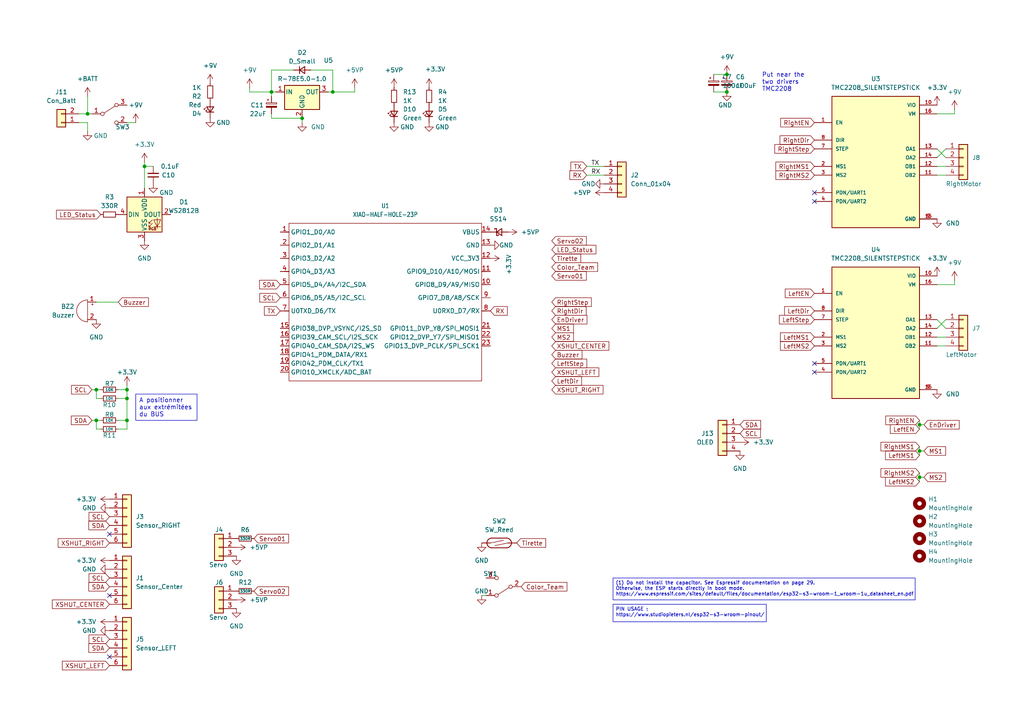
<source format=kicad_sch>
(kicad_sch (version 20250114) (generator "eeschema") (generator_version "9.0")
  (paper "A4")
  (lib_symbols
    (symbol "Connector_Generic:Conn_01x02" (pin_names (offset 1.016) (hide yes))
      (property "Reference" "J" (at 0 2.54 0))
      (property "Value" "Conn_01x02" (at 0 -5.08 0))
      (symbol "Conn_01x02_1_1"
        (pin passive line (at -5.08 0 0) (length 3.81) (name "Pin_1") (number "1"))
        (pin passive line (at -5.08 -2.54 0) (length 3.81) (name "Pin_2") (number "2"))
      )
    )
    (symbol "Connector_Generic:Conn_01x03" (pin_names (offset 1.016) (hide yes))
      (property "Reference" "J" (at 0 5.08 0))
      (property "Value" "Conn_01x03" (at 0 -5.08 0))
      (symbol "Conn_01x03_1_1"
        (pin passive line (at -5.08 2.54 0) (length 3.81) (name "Pin_1") (number "1"))
        (pin passive line (at -5.08 0 0) (length 3.81) (name "Pin_2") (number "2"))
        (pin passive line (at -5.08 -2.54 0) (length 3.81) (name "Pin_3") (number "3"))
      )
    )
    (symbol "Connector_Generic:Conn_01x04" (pin_names (offset 1.016) (hide yes))
      (property "Reference" "J" (at 0 5.08 0))
      (property "Value" "Conn_01x04" (at 0 -7.62 0))
      (symbol "Conn_01x04_1_1"
        (pin passive line (at -5.08 2.54 0) (length 3.81) (name "Pin_1") (number "1"))
        (pin passive line (at -5.08 0 0) (length 3.81) (name "Pin_2") (number "2"))
        (pin passive line (at -5.08 -2.54 0) (length 3.81) (name "Pin_3") (number "3"))
        (pin passive line (at -5.08 -5.08 0) (length 3.81) (name "Pin_4") (number "4"))
      )
    )
    (symbol "Connector_Generic:Conn_01x06" (pin_names (offset 1.016) (hide yes))
      (property "Reference" "J" (at 0 7.62 0))
      (property "Value" "Conn_01x06" (at 0 -10.16 0))
      (symbol "Conn_01x06_1_1"
        (pin passive line (at -5.08 5.08 0) (length 3.81) (name "Pin_1") (number "1"))
        (pin passive line (at -5.08 2.54 0) (length 3.81) (name "Pin_2") (number "2"))
        (pin passive line (at -5.08 0 0) (length 3.81) (name "Pin_3") (number "3"))
        (pin passive line (at -5.08 -2.54 0) (length 3.81) (name "Pin_4") (number "4"))
        (pin passive line (at -5.08 -5.08 0) (length 3.81) (name "Pin_5") (number "5"))
        (pin passive line (at -5.08 -7.62 0) (length 3.81) (name "Pin_6") (number "6"))
      )
    )
    (symbol "Device:Buzzer" (pin_names (offset 0.0254) (hide yes))
      (property "Reference" "BZ" (at 3.81 1.27 0))
      (property "Value" "Buzzer" (at 3.81 -1.27 0))
      (symbol "Buzzer_1_1"
        (pin passive line (at -2.54 2.54 0) (length 2.54) (name "+") (number "1"))
        (pin passive line (at -2.54 -2.54 0) (length 2.54) (name "-") (number "2"))
      )
    )
    (symbol "Device:CP_Small" (pin_numbers (hide yes)) (pin_names (offset 0.254) (hide yes))
      (property "Reference" "C" (at 0.254 1.778 0))
      (property "Value" "CP_Small" (at 0.254 -2.032 0))
      (symbol "CP_Small_1_1"
        (pin passive line (at 0 2.54 270) (length 1.8542) (name "~") (number "1"))
        (pin passive line (at 0 -2.54 90) (length 1.8542) (name "~") (number "2"))
      )
    )
    (symbol "Device:C_Polarized_Small" (pin_numbers (hide yes)) (pin_names (offset 0.254) (hide yes))
      (property "Reference" "C" (at 0.254 1.778 0))
      (property "Value" "C_Polarized_Small" (at 0.254 -2.032 0))
      (symbol "C_Polarized_Small_1_1"
        (pin passive line (at 0 2.54 270) (length 1.8542) (name "~") (number "1"))
        (pin passive line (at 0 -2.54 90) (length 1.8542) (name "~") (number "2"))
      )
    )
    (symbol "Device:C_Small" (pin_numbers (hide yes)) (pin_names (offset 0.254) (hide yes))
      (property "Reference" "C" (at 0.254 1.778 0))
      (property "Value" "C_Small" (at 0.254 -2.032 0))
      (symbol "C_Small_1_1"
        (pin passive line (at 0 2.54 270) (length 2.032) (name "~") (number "1"))
        (pin passive line (at 0 -2.54 90) (length 2.032) (name "~") (number "2"))
      )
    )
    (symbol "Device:D_Schottky_Small" (pin_numbers (hide yes)) (pin_names (offset 0.254) (hide yes))
      (property "Reference" "D" (at -1.27 2.032 0))
      (property "Value" "D_Schottky_Small" (at -7.112 -2.032 0))
      (symbol "D_Schottky_Small_1_1"
        (pin passive line (at -2.54 0 0) (length 1.778) (name "K") (number "1"))
        (pin passive line (at 2.54 0 180) (length 1.778) (name "A") (number "2"))
      )
    )
    (symbol "Device:D_Small" (pin_numbers (hide yes)) (pin_names (offset 0.254) (hide yes))
      (property "Reference" "D" (at -1.27 2.032 0))
      (property "Value" "D_Small" (at -3.81 -2.032 0))
      (symbol "D_Small_1_1"
        (pin passive line (at -2.54 0 0) (length 1.778) (name "K") (number "1"))
        (pin passive line (at 2.54 0 180) (length 1.778) (name "A") (number "2"))
      )
    )
    (symbol "Device:LED_Small" (pin_numbers (hide yes)) (pin_names (offset 0.254) (hide yes))
      (property "Reference" "D" (at -1.27 3.175 0))
      (property "Value" "LED_Small" (at -4.445 -2.54 0))
      (symbol "LED_Small_1_1"
        (pin passive line (at -2.54 0 0) (length 1.778) (name "K") (number "1"))
        (pin passive line (at 2.54 0 180) (length 1.778) (name "A") (number "2"))
      )
    )
    (symbol "Device:R_Small" (pin_numbers (hide yes)) (pin_names (offset 0.254) (hide yes))
      (property "Reference" "R" (at 0.762 0.508 0))
      (property "Value" "R_Small" (at 0.762 -1.016 0))
      (symbol "R_Small_1_1"
        (pin passive line (at 0 2.54 270) (length 0.762) (name "~") (number "1"))
        (pin passive line (at 0 -2.54 90) (length 0.762) (name "~") (number "2"))
      )
    )
    (symbol "LED:WS2812B" (pin_names (offset 0.254))
      (property "Reference" "D" (at 5.08 5.715 0))
      (property "Value" "WS2812B" (at 1.27 -5.715 0))
      (symbol "WS2812B_0_0"
        (text "RGB" (at 2.286 -4.191 0) (effects (font (size 0.762 0.762))))
      )
      (symbol "WS2812B_1_1"
        (pin input line (at -7.62 0 0) (length 2.54) (name "DIN") (number "4"))
        (pin power_in line (at 0 7.62 270) (length 2.54) (name "VDD") (number "1"))
        (pin power_in line (at 0 -7.62 90) (length 2.54) (name "VSS") (number "3"))
        (pin output line (at 7.62 0 180) (length 2.54) (name "DOUT") (number "2"))
      )
    )
    (symbol "MOUDLE-SEEEDUINO-XIAO-ESP32S3-Plus:Module/XIAO-HALF-HOLE-23P"
      (property "Reference" "U2" (at -20.828 17.018 0))
      (property "Value" "XIAO-HALF-HOLE-23P" (at -12.446 14.986 0))
      (symbol "Module/XIAO-HALF-HOLE-23P_1_0"
        (pin passive line (at -24.13 11.43 0) (length 2.54) (name "GPIO1_D0/A0") (number "1"))
        (pin passive line (at -24.13 7.62 0) (length 2.54) (name "GPIO2_D1/A1") (number "2"))
        (pin passive line (at -24.13 3.81 0) (length 2.54) (name "GPIO3_D2/A2") (number "3"))
        (pin passive line (at -24.13 0 0) (length 2.54) (name "GPIO4_D3/A3") (number "4"))
        (pin passive line (at -24.13 -3.81 0) (length 2.54) (name "GPIO5_D4/A4/I2C_SDA") (number "5"))
        (pin passive line (at -24.13 -7.62 0) (length 2.54) (name "GPIO6_D5/A5/I2C_SCL") (number "6"))
        (pin passive line (at -24.13 -11.43 0) (length 2.54) (name "U0TXD_D6/TX") (number "7"))
        (pin passive line (at 36.83 11.43 180) (length 2.54) (name "VBUS") (number "14"))
        (pin passive line (at 36.83 7.62 180) (length 2.54) (name "GND") (number "13"))
        (pin passive line (at 36.83 3.81 180) (length 2.54) (name "VCC_3V3") (number "12"))
        (pin passive line (at 36.83 0 180) (length 2.54) (name "GPIO9_D10/A10/MOSI") (number "11"))
        (pin passive line (at 36.83 -3.81 180) (length 2.54) (name "GPIO8_D9/A9/MISO") (number "10"))
        (pin passive line (at 36.83 -7.62 180) (length 2.54) (name "GPIO7_D8/A8/SCK") (number "9"))
        (pin passive line (at 36.83 -11.43 180) (length 2.54) (name "U0RXD_D7/RX") (number "8"))
      )
      (symbol "Module/XIAO-HALF-HOLE-23P_1_1"
        (pin passive line (at -24.13 -16.51 0) (length 2.54) (name "GPIO38_DVP_VSYNC/I2S_SD") (number "15"))
        (pin passive line (at -24.13 -19.05 0) (length 2.54) (name "GPIO39_CAM_SCL/I2S_SCK") (number "16"))
        (pin passive line (at -24.13 -21.59 0) (length 2.54) (name "GPIO40_CAM_SDA/I2S_WS") (number "17"))
        (pin passive line (at -24.13 -24.13 0) (length 2.54) (name "GPIO41_PDM_DATA/RX1") (number "18"))
        (pin passive line (at -24.13 -26.67 0) (length 2.54) (name "GPIO42_PDM_CLK/TX1") (number "19"))
        (pin passive line (at -24.13 -29.21 0) (length 2.54) (name "GPIO10_XMCLK/ADC_BAT") (number "20"))
        (pin passive line (at 36.83 -16.51 180) (length 2.54) (name "GPIO11_DVP_Y8/SPI_MOSI1") (number "21"))
        (pin passive line (at 36.83 -19.05 180) (length 2.54) (name "GPIO12_DVP_Y7/SPI_MISO1") (number "22"))
        (pin passive line (at 36.83 -21.59 180) (length 2.54) (name "GPIO13_DVP_PCLK/SPI_SCK1") (number "23"))
      )
    )
    (symbol "Mechanical:MountingHole" (pin_names (offset 1.016))
      (property "Reference" "H" (at 0 5.08 0))
      (property "Value" "MountingHole" (at 0 3.175 0))
    )
    (symbol "PAMI-2025:TMC2208_SILENTSTEPSTICK" (pin_names (offset 1.016))
      (property "Reference" "U" (at -12.7 19.05 0))
      (property "Value" "TMC2208_SILENTSTEPSTICK" (at -12.7 -22.86 0))
      (symbol "TMC2208_SILENTSTEPSTICK_1_0"
        (pin input line (at -17.78 10.16 0) (length 5.08) (name "EN") (number "1"))
        (pin input line (at -17.78 5.08 0) (length 5.08) (name "DIR") (number "8"))
        (pin input line (at -17.78 2.54 0) (length 5.08) (name "STEP") (number "7"))
        (pin input line (at -17.78 -2.54 0) (length 5.08) (name "MS1") (number "2"))
        (pin input line (at -17.78 -5.08 0) (length 5.08) (name "MS2") (number "3"))
        (pin bidirectional line (at -17.78 -10.16 0) (length 5.08) (name "PDN/UART1") (number "5"))
        (pin bidirectional line (at -17.78 -12.7 0) (length 5.08) (name "PDN/UART2") (number "4"))
        (pin power_in line (at 17.78 15.24 180) (length 5.08) (name "VIO") (number "10"))
        (pin power_in line (at 17.78 12.7 180) (length 5.08) (name "VM") (number "16"))
        (pin passive line (at 17.78 2.54 180) (length 5.08) (name "OA1") (number "13"))
        (pin passive line (at 17.78 0 180) (length 5.08) (name "OA2") (number "14"))
        (pin passive line (at 17.78 -2.54 180) (length 5.08) (name "OB1") (number "12"))
        (pin passive line (at 17.78 -5.08 180) (length 5.08) (name "OB2") (number "11"))
        (pin power_in line (at 17.78 -17.78 180) (length 5.08) (name "GND") (number "15"))
        (pin power_in line (at 17.78 -17.78 180) (length 5.08) (name "GND") (number "9"))
      )
    )
    (symbol "Regulator_Switching:R-78E3.3-1.0" (pin_names (offset 0.254))
      (property "Reference" "U" (at -3.81 3.175 0))
      (property "Value" "R-78E3.3-1.0" (at 0 3.175 0))
      (symbol "R-78E3.3-1.0_1_1"
        (pin power_in line (at -7.62 0 0) (length 2.54) (name "IN") (number "1"))
        (pin power_in line (at 0 -7.62 90) (length 2.54) (name "GND") (number "2"))
        (pin power_out line (at 7.62 0 180) (length 2.54) (name "OUT") (number "3"))
      )
    )
    (symbol "SW_SPDT_1" (pin_names (offset 0) (hide yes))
      (property "Reference" "SW3" (at 3.81 -3.81 0))
      (symbol "SW_SPDT_1_1_1"
        (pin passive line (at -5.08 0 0) (length 2.54) (name "B") (number "1"))
        (pin passive line (at 5.08 2.54 180) (length 2.54) (name "A") (number "3"))
        (pin passive line (at 5.08 -2.54 180) (length 2.54) (name "C") (number "2"))
      )
    )
    (symbol "Switch:SW_Reed" (pin_numbers (hide yes)) (pin_names (offset 0) (hide yes))
      (property "Reference" "SW" (at 0 2.54 0))
      (property "Value" "SW_Reed" (at 0 -2.54 0))
      (symbol "SW_Reed_1_1"
        (pin passive line (at -5.08 0 0) (length 2.54) (name "1") (number "1"))
        (pin passive line (at 5.08 0 180) (length 2.54) (name "2") (number "2"))
      )
    )
    (symbol "Switch:SW_SPDT" (pin_names (offset 0) (hide yes))
      (property "Reference" "SW" (at 0 4.318 0))
      (property "Value" "SW_SPDT" (at 0 -5.08 0))
      (symbol "SW_SPDT_1_1"
        (pin passive line (at -5.08 0 0) (length 2.54) (name "B") (number "2"))
        (pin passive line (at 5.08 2.54 180) (length 2.54) (name "A") (number "1"))
        (pin passive line (at 5.08 -2.54 180) (length 2.54) (name "C") (number "3"))
      )
    )
    (symbol "power:+3.3V" (power) (pin_names (offset 0))
      (property "Value" "+3.3V" (at 0 3.556 0))
      (symbol "+3.3V_1_1"
        (pin power_in line (at 0 0 90) (length 0) (hide yes) (name "+3.3V") (number "1"))
      )
    )
    (symbol "power:+5VP" (power) (pin_numbers (hide yes)) (pin_names (offset 0) (hide yes))
      (property "Value" "+5VP" (at 0 3.556 0))
      (symbol "+5VP_1_1"
        (pin power_in line (at 0 0 90) (length 0) (name "~") (number "1"))
      )
    )
    (symbol "power:+9V" (power) (pin_numbers (hide yes)) (pin_names (offset 0) (hide yes))
      (property "Value" "+9V" (at 0 3.556 0))
      (symbol "+9V_1_1"
        (pin power_in line (at 0 0 90) (length 0) (name "~") (number "1"))
      )
    )
    (symbol "power:+BATT" (power) (pin_names (offset 0))
      (property "Value" "+BATT" (at 0 3.556 0))
      (symbol "+BATT_1_1"
        (pin power_in line (at 0 0 90) (length 0) (hide yes) (name "+BATT") (number "1"))
      )
    )
    (symbol "power:GND" (power) (pin_names (offset 0))
      (property "Value" "GND" (at 0 -3.81 0))
      (symbol "GND_1_1"
        (pin power_in line (at 0 0 270) (length 0) (hide yes) (name "GND") (number "1"))
      )
    )
  )
  (text "Put near the \ntwo drivers\nTMC2208" (at 220.98 26.67 0) (effects (font (size 1.27 1.27)) (justify left bottom)))
  (text_box "PIN USAGE : https://www.studiopieters.nl/esp32-s3-wroom-pinout/" (at 177.8 175.26 0) (size 44.45 5.08) (margins 0.75 0.75 0.75 0.75) (effects (font (size 1 1)) (justify left top)))
  (text_box "A positionner aux extrémitées du BUS" (at 39.37 114.3 0) (size 17.78 7.62) (margins 0.9525 0.9525 0.9525 0.9525) (effects (font (size 1.27 1.27)) (justify left top)))
  (text_box "(1) Do not install the capacitor. See Espressif documentation on page 29.\nOtherwise, the ESP starts directly in boot mode.\nhttps://www.espressif.com/sites/default/files/documentation/esp32-s3-wroom-1_wroom-1u_datasheet_en.pdf" (at 177.8 167.64 0) (size 87.63 6.35) (margins 0.75 0.75 0.75 0.75) (effects (font (size 1 1)) (justify left top)))
  (junction (at 27.94 113.03))
  (junction (at 78.74 26.67))
  (junction (at 36.83 113.03))
  (junction (at 96.52 26.67))
  (junction (at 210.82 21.59))
  (junction (at 25.4 33.02))
  (junction (at 41.91 48.26))
  (junction (at 36.83 115.57))
  (junction (at 210.82 26.67))
  (junction (at 87.63 34.29))
  (junction (at 266.7 130.81))
  (junction (at 27.94 121.92))
  (junction (at 36.83 121.92))
  (junction (at 266.7 138.43))
  (junction (at 266.7 123.19))
  (no_connect (at 236.22 105.41))
  (no_connect (at 236.22 58.42))
  (no_connect (at 31.75 190.5))
  (no_connect (at 236.22 55.88))
  (no_connect (at 31.75 154.94))
  (no_connect (at 236.22 107.95))
  (no_connect (at 31.75 172.72))
  (wire (pts (xy 96.52 20.32) (xy 96.52 26.67)))
  (wire (pts (xy 36.83 113.03) (xy 36.83 115.57)))
  (wire (pts (xy 266.7 123.19) (xy 266.7 124.46)))
  (wire (pts (xy 276.86 81.28) (xy 276.86 82.55)))
  (wire (pts (xy 90.17 20.32) (xy 96.52 20.32)))
  (wire (pts (xy 276.86 33.02) (xy 271.78 33.02)))
  (wire (pts (xy 276.86 31.75) (xy 276.86 33.02)))
  (wire (pts (xy 27.94 115.57) (xy 27.94 113.03)))
  (wire (pts (xy 29.21 124.46) (xy 27.94 124.46)))
  (wire (pts (xy 207.01 26.67) (xy 210.82 26.67)))
  (wire (pts (xy 78.74 26.67) (xy 78.74 27.94)))
  (wire (pts (xy 41.91 46.99) (xy 41.91 48.26)))
  (wire (pts (xy 85.09 20.32) (xy 78.74 20.32)))
  (wire (pts (xy 266.7 138.43) (xy 267.97 138.43)))
  (wire (pts (xy 207.01 21.59) (xy 210.82 21.59)))
  (wire (pts (xy 27.94 87.63) (xy 34.29 87.63)))
  (wire (pts (xy 271.78 92.71) (xy 274.32 95.25)))
  (wire (pts (xy 41.91 48.26) (xy 44.45 48.26)))
  (wire (pts (xy 25.4 33.02) (xy 26.67 33.02)))
  (wire (pts (xy 139.7 172.72) (xy 140.97 172.72)))
  (wire (pts (xy 29.21 115.57) (xy 27.94 115.57)))
  (wire (pts (xy 26.67 121.92) (xy 27.94 121.92)))
  (wire (pts (xy 36.83 115.57) (xy 36.83 121.92)))
  (wire (pts (xy 36.83 124.46) (xy 36.83 121.92)))
  (wire (pts (xy 266.7 129.54) (xy 266.7 130.81)))
  (wire (pts (xy 72.39 25.4) (xy 72.39 26.67)))
  (wire (pts (xy 266.7 123.19) (xy 267.97 123.19)))
  (wire (pts (xy 266.7 137.16) (xy 266.7 138.43)))
  (wire (pts (xy 96.52 26.67) (xy 102.87 26.67)))
  (wire (pts (xy 22.86 33.02) (xy 25.4 33.02)))
  (wire (pts (xy 271.78 95.25) (xy 274.32 92.71)))
  (wire (pts (xy 41.91 48.26) (xy 41.91 54.61)))
  (wire (pts (xy 266.7 130.81) (xy 266.7 132.08)))
  (wire (pts (xy 271.78 97.79) (xy 274.32 97.79)))
  (wire (pts (xy 271.78 45.72) (xy 274.32 43.18)))
  (wire (pts (xy 25.4 35.56) (xy 25.4 38.1)))
  (wire (pts (xy 271.78 100.33) (xy 274.32 100.33)))
  (wire (pts (xy 102.87 26.67) (xy 102.87 25.4)))
  (wire (pts (xy 34.29 115.57) (xy 36.83 115.57)))
  (wire (pts (xy 170.18 48.26) (xy 175.26 48.26)))
  (wire (pts (xy 34.29 121.92) (xy 36.83 121.92)))
  (wire (pts (xy 87.63 34.29) (xy 87.63 35.56)))
  (wire (pts (xy 25.4 35.56) (xy 22.86 35.56)))
  (wire (pts (xy 266.7 130.81) (xy 267.97 130.81)))
  (wire (pts (xy 170.18 50.8) (xy 175.26 50.8)))
  (wire (pts (xy 95.25 26.67) (xy 96.52 26.67)))
  (wire (pts (xy 36.83 111.76) (xy 36.83 113.03)))
  (wire (pts (xy 78.74 34.29) (xy 87.63 34.29)))
  (wire (pts (xy 271.78 48.26) (xy 274.32 48.26)))
  (wire (pts (xy 266.7 121.92) (xy 266.7 123.19)))
  (wire (pts (xy 27.94 121.92) (xy 29.21 121.92)))
  (wire (pts (xy 72.39 26.67) (xy 78.74 26.67)))
  (wire (pts (xy 78.74 33.02) (xy 78.74 34.29)))
  (wire (pts (xy 25.4 27.94) (xy 25.4 33.02)))
  (wire (pts (xy 27.94 124.46) (xy 27.94 121.92)))
  (wire (pts (xy 271.78 43.18) (xy 274.32 45.72)))
  (wire (pts (xy 266.7 138.43) (xy 266.7 139.7)))
  (wire (pts (xy 26.67 113.03) (xy 27.94 113.03)))
  (wire (pts (xy 27.94 113.03) (xy 29.21 113.03)))
  (wire (pts (xy 78.74 20.32) (xy 78.74 26.67)))
  (wire (pts (xy 34.29 113.03) (xy 36.83 113.03)))
  (wire (pts (xy 276.86 82.55) (xy 271.78 82.55)))
  (wire (pts (xy 271.78 50.8) (xy 274.32 50.8)))
  (wire (pts (xy 34.29 124.46) (xy 36.83 124.46)))
  (wire (pts (xy 39.37 35.56) (xy 36.83 35.56)))
  (wire (pts (xy 78.74 26.67) (xy 80.01 26.67)))
  (label "TX" (at 171.45 48.26 0))
  (label "RX" (at 171.45 50.8 0))
  (global_label "EnDriver" (shape input) (at 160.02 92.71 0) (property "Intersheetrefs" "${INTERSHEET_REFS}" (effects (hide yes))))
  (global_label "LeftEN" (shape input) (at 266.7 124.46 180) (property "Intersheetrefs" "${INTERSHEET_REFS}" (effects (hide yes))))
  (global_label "SDA" (shape input) (at 214.63 123.19 0) (property "Intersheetrefs" "${INTERSHEET_REFS}" (effects (hide yes))))
  (global_label "MS2" (shape input) (at 160.02 97.79 0) (property "Intersheetrefs" "${INTERSHEET_REFS}" (effects (hide yes))))
  (global_label "Servo02" (shape input) (at 160.02 69.85 0) (property "Intersheetrefs" "${INTERSHEET_REFS}" (effects (hide yes))))
  (global_label "Servo02" (shape input) (at 73.66 171.45 0) (property "Intersheetrefs" "${INTERSHEET_REFS}" (effects (hide yes))))
  (global_label "Tirette" (shape input) (at 149.86 157.48 0) (property "Intersheetrefs" "${INTERSHEET_REFS}" (effects (hide yes))))
  (global_label "SDA" (shape input) (at 26.67 121.92 180) (property "Intersheetrefs" "${INTERSHEET_REFS}" (effects (hide yes))))
  (global_label "MS1" (shape input) (at 160.02 95.25 0) (property "Intersheetrefs" "${INTERSHEET_REFS}" (effects (hide yes))))
  (global_label "LED_Status" (shape input) (at 29.21 62.23 180) (property "Intersheetrefs" "${INTERSHEET_REFS}" (effects (hide yes))))
  (global_label "RightMS1" (shape input) (at 236.22 48.26 180) (property "Intersheetrefs" "${INTERSHEET_REFS}" (effects (hide yes))))
  (global_label "LeftEN" (shape input) (at 236.22 85.09 180) (property "Intersheetrefs" "${INTERSHEET_REFS}" (effects (hide yes))))
  (global_label "LeftDir" (shape input) (at 236.22 90.17 180) (property "Intersheetrefs" "${INTERSHEET_REFS}" (effects (hide yes))))
  (global_label "Servo01" (shape input) (at 73.66 156.21 0) (property "Intersheetrefs" "${INTERSHEET_REFS}" (effects (hide yes))))
  (global_label "TX" (shape input) (at 81.28 90.17 180) (property "Intersheetrefs" "${INTERSHEET_REFS}" (effects (hide yes))))
  (global_label "LeftMS2" (shape input) (at 236.22 100.33 180) (property "Intersheetrefs" "${INTERSHEET_REFS}" (effects (hide yes))))
  (global_label "SCL" (shape input) (at 26.67 113.03 180) (property "Intersheetrefs" "${INTERSHEET_REFS}" (effects (hide yes))))
  (global_label "MS2" (shape input) (at 267.97 138.43 0) (property "Intersheetrefs" "${INTERSHEET_REFS}" (effects (hide yes))))
  (global_label "RightEN" (shape input) (at 236.22 35.56 180) (property "Intersheetrefs" "${INTERSHEET_REFS}" (effects (hide yes))))
  (global_label "SCL" (shape input) (at 31.75 167.64 180) (property "Intersheetrefs" "${INTERSHEET_REFS}" (effects (hide yes))))
  (global_label "RightMS1" (shape input) (at 266.7 129.54 180) (property "Intersheetrefs" "${INTERSHEET_REFS}" (effects (hide yes))))
  (global_label "SCL" (shape input) (at 81.28 86.36 180) (property "Intersheetrefs" "${INTERSHEET_REFS}" (effects (hide yes))))
  (global_label "SDA" (shape input) (at 31.75 187.96 180) (property "Intersheetrefs" "${INTERSHEET_REFS}" (effects (hide yes))))
  (global_label "Tirette" (shape input) (at 160.02 74.93 0) (property "Intersheetrefs" "${INTERSHEET_REFS}" (effects (hide yes))))
  (global_label "RightMS2" (shape input) (at 266.7 137.16 180) (property "Intersheetrefs" "${INTERSHEET_REFS}" (effects (hide yes))))
  (global_label "EnDriver" (shape input) (at 267.97 123.19 0) (property "Intersheetrefs" "${INTERSHEET_REFS}" (effects (hide yes))))
  (global_label "XSHUT_RIGHT" (shape input) (at 160.02 113.03 0) (property "Intersheetrefs" "${INTERSHEET_REFS}" (effects (hide yes))))
  (global_label "XSHUT_LEFT" (shape input) (at 31.75 193.04 180) (property "Intersheetrefs" "${INTERSHEET_REFS}" (effects (hide yes))))
  (global_label "SDA" (shape input) (at 31.75 170.18 180) (property "Intersheetrefs" "${INTERSHEET_REFS}" (effects (hide yes))))
  (global_label "SCL" (shape input) (at 31.75 149.86 180) (property "Intersheetrefs" "${INTERSHEET_REFS}" (effects (hide yes))))
  (global_label "XSHUT_RIGHT" (shape input) (at 31.75 157.48 180) (property "Intersheetrefs" "${INTERSHEET_REFS}" (effects (hide yes))))
  (global_label "LeftStep" (shape input) (at 236.22 92.71 180) (property "Intersheetrefs" "${INTERSHEET_REFS}" (effects (hide yes))))
  (global_label "RX" (shape input) (at 142.24 90.17 0) (property "Intersheetrefs" "${INTERSHEET_REFS}" (effects (hide yes))))
  (global_label "RightMS2" (shape input) (at 236.22 50.8 180) (property "Intersheetrefs" "${INTERSHEET_REFS}" (effects (hide yes))))
  (global_label "LeftMS1" (shape input) (at 266.7 132.08 180) (property "Intersheetrefs" "${INTERSHEET_REFS}" (effects (hide yes))))
  (global_label "RightEN" (shape input) (at 266.7 121.92 180) (property "Intersheetrefs" "${INTERSHEET_REFS}" (effects (hide yes))))
  (global_label "LeftStep" (shape input) (at 160.02 105.41 0) (property "Intersheetrefs" "${INTERSHEET_REFS}" (effects (hide yes))))
  (global_label "LeftMS2" (shape input) (at 266.7 139.7 180) (property "Intersheetrefs" "${INTERSHEET_REFS}" (effects (hide yes))))
  (global_label "XSHUT_CENTER" (shape input) (at 160.02 100.33 0) (property "Intersheetrefs" "${INTERSHEET_REFS}" (effects (hide yes))))
  (global_label "SCL" (shape input) (at 214.63 125.73 0) (property "Intersheetrefs" "${INTERSHEET_REFS}" (effects (hide yes))))
  (global_label "RightStep" (shape input) (at 160.02 87.63 0) (property "Intersheetrefs" "${INTERSHEET_REFS}" (effects (hide yes))))
  (global_label "RightDir" (shape input) (at 160.02 90.17 0) (property "Intersheetrefs" "${INTERSHEET_REFS}" (effects (hide yes))))
  (global_label "Servo01" (shape input) (at 160.02 80.01 0) (property "Intersheetrefs" "${INTERSHEET_REFS}" (effects (hide yes))))
  (global_label "RightDir" (shape input) (at 236.22 40.64 180) (property "Intersheetrefs" "${INTERSHEET_REFS}" (effects (hide yes))))
  (global_label "MS1" (shape input) (at 267.97 130.81 0) (property "Intersheetrefs" "${INTERSHEET_REFS}" (effects (hide yes))))
  (global_label "LeftDir" (shape input) (at 160.02 110.49 0) (property "Intersheetrefs" "${INTERSHEET_REFS}" (effects (hide yes))))
  (global_label "XSHUT_LEFT" (shape input) (at 160.02 107.95 0) (property "Intersheetrefs" "${INTERSHEET_REFS}" (effects (hide yes))))
  (global_label "Buzzer" (shape input) (at 160.02 102.87 0) (property "Intersheetrefs" "${INTERSHEET_REFS}" (effects (hide yes))))
  (global_label "SCL" (shape input) (at 31.75 185.42 180) (property "Intersheetrefs" "${INTERSHEET_REFS}" (effects (hide yes))))
  (global_label "LED_Status" (shape input) (at 160.02 72.39 0) (property "Intersheetrefs" "${INTERSHEET_REFS}" (effects (hide yes))))
  (global_label "Buzzer" (shape input) (at 34.29 87.63 0) (property "Intersheetrefs" "${INTERSHEET_REFS}" (effects (hide yes))))
  (global_label "Color_Team" (shape input) (at 160.02 77.47 0) (property "Intersheetrefs" "${INTERSHEET_REFS}" (effects (hide yes))))
  (global_label "RightStep" (shape input) (at 236.22 43.18 180) (property "Intersheetrefs" "${INTERSHEET_REFS}" (effects (hide yes))))
  (global_label "LeftMS1" (shape input) (at 236.22 97.79 180) (property "Intersheetrefs" "${INTERSHEET_REFS}" (effects (hide yes))))
  (global_label "SDA" (shape input) (at 31.75 152.4 180) (property "Intersheetrefs" "${INTERSHEET_REFS}" (effects (hide yes))))
  (global_label "Color_Team" (shape input) (at 151.13 170.18 0) (property "Intersheetrefs" "${INTERSHEET_REFS}" (effects (hide yes))))
  (global_label "RX" (shape input) (at 170.18 50.8 180) (property "Intersheetrefs" "${INTERSHEET_REFS}" (effects (hide yes))))
  (global_label "XSHUT_CENTER" (shape input) (at 31.75 175.26 180) (property "Intersheetrefs" "${INTERSHEET_REFS}" (effects (hide yes))))
  (global_label "TX" (shape input) (at 170.18 48.26 180) (property "Intersheetrefs" "${INTERSHEET_REFS}" (effects (hide yes))))
  (global_label "SDA" (shape input) (at 81.28 82.55 180) (property "Intersheetrefs" "${INTERSHEET_REFS}" (effects (hide yes))))
  (symbol (lib_id "Mechanical:MountingHole") (at 266.7 146.05 0) (unit 1)
    (property "Reference" "H1" (at 269.24 144.78 0) (effects (justify left)))
    (property "Value" "MountingHole" (at 269.24 147.32 0) (effects (justify left)))
    (property "Footprint" "MountingHole:MountingHole_3.2mm_M3" (effects (hide yes)))
  )
  (symbol (lib_id "power:+5VP") (at 102.87 25.4 0) (unit 1)
    (property "Reference" "#PWR030" (effects (hide yes)))
    (property "Value" "+5VP" (at 102.87 20.32 0))
    (property "Description" "Power symbol creates a global label with name \"+5VP\"" (effects (hide yes)))
  )
  (symbol (lib_id "power:+3.3V") (at 271.78 30.48 0) (unit 1)
    (property "Reference" "#PWR037" (effects (hide yes)))
    (property "Value" "+3.3V" (at 271.78 25.4 0))
  )
  (symbol (lib_id "power:GND") (at 41.91 69.85 0) (unit 1)
    (property "Reference" "#PWR02" (effects (hide yes)))
    (property "Value" "GND" (at 41.91 74.93 0))
  )
  (symbol (lib_id "power:+3.3V") (at 142.24 74.93 270) (unit 1)
    (property "Reference" "#PWR04" (effects (hide yes)))
    (property "Value" "+3.3V" (at 147.574 76.708 0))
  )
  (symbol (lib_id "power:GND") (at 271.78 63.5 0) (unit 1)
    (property "Reference" "#PWR011" (effects (hide yes)))
    (property "Value" "GND" (at 274.32 64.7699 0) (effects (justify left)))
  )
  (symbol (lib_id "Connector_Generic:Conn_01x02") (at 17.78 35.56 180) (unit 1)
    (property "Reference" "J11" (at 17.78 26.67 0))
    (property "Value" "Con_Batt" (at 17.78 29.21 0))
    (property "Footprint" "Connector_Molex:Molex_KK-254_AE-6410-02A_1x02_P2.54mm_Vertical" (effects (hide yes)))
  )
  (symbol (lib_id "Connector_Generic:Conn_01x04") (at 279.4 95.25 0) (unit 1)
    (property "Reference" "J7" (at 281.94 95.25 0) (effects (justify left)))
    (property "Value" "LeftMotor" (at 274.32 102.87 0) (effects (justify left)))
    (property "Footprint" "Connector_PinHeader_2.54mm:PinHeader_1x04_P2.54mm_Vertical" (effects (hide yes)))
  )
  (symbol (lib_id "power:GND") (at 139.7 157.48 0) (unit 1)
    (property "Reference" "#PWR016" (effects (hide yes)))
    (property "Value" "GND" (at 139.7 162.56 0))
  )
  (symbol (lib_id "power:GND") (at 210.82 26.67 0) (unit 1)
    (property "Reference" "#PWR041" (effects (hide yes)))
    (property "Value" "GND" (at 208.28 30.48 0) (effects (justify left)))
  )
  (symbol (lib_id "power:+3.3V") (at 31.75 162.56 90) (unit 1)
    (property "Reference" "#PWR08" (effects (hide yes)))
    (property "Value" "+3.3V" (at 27.94 162.56 90) (effects (justify left)))
  )
  (symbol (lib_id "Device:R_Small") (at 31.75 62.23 270) (unit 1)
    (property "Reference" "R3" (at 31.75 57.15 90))
    (property "Value" "330R" (at 31.75 59.69 90))
    (property "Footprint" "Resistor_SMD:R_1206_3216Metric_Pad1.30x1.75mm_HandSolder" (effects (hide yes)))
  )
  (symbol (lib_id "Connector_Generic:Conn_01x04") (at 180.34 50.8 0) (unit 1)
    (property "Reference" "J2" (at 182.88 50.7999 0) (effects (justify left)))
    (property "Value" "Conn_01x04" (at 182.88 53.3399 0) (effects (justify left)))
    (property "Footprint" "Connector_Molex:Molex_KK-254_AE-6410-04A_1x04_P2.54mm_Vertical" (effects (hide yes)))
    (property "Description" "Generic connector, single row, 01x04, script generated (kicad-library-utils/schlib/autogen/connector/)" (effects (hide yes)))
  )
  (symbol (lib_id "Connector_Generic:Conn_01x03") (at 63.5 173.99 0) (mirror y) (unit 1)
    (property "Reference" "J6" (at 64.77 168.91 0) (effects (justify left)))
    (property "Value" "Servo" (at 66.04 179.07 0) (effects (justify left)))
    (property "Footprint" "Connector_PinHeader_2.54mm:PinHeader_1x03_P2.54mm_Vertical" (effects (hide yes)))
  )
  (symbol (lib_id "Device:R_Small") (at 71.12 156.21 270) (mirror x) (unit 1)
    (property "Reference" "R6" (at 71.12 153.67 90))
    (property "Value" "330R" (at 71.12 156.21 90) (effects (font (size 0.8 0.8))))
    (property "Footprint" "Resistor_SMD:R_1206_3216Metric_Pad1.30x1.75mm_HandSolder" (effects (hide yes)))
  )
  (symbol (lib_id "Mechanical:MountingHole") (at 266.7 156.21 0) (unit 1)
    (property "Reference" "H3" (at 269.24 154.94 0) (effects (justify left)))
    (property "Value" "MountingHole" (at 269.24 157.48 0) (effects (justify left)))
    (property "Footprint" "MountingHole:MountingHole_3.2mm_M3" (effects (hide yes)))
  )
  (symbol (lib_id "Device:R_Small") (at 31.75 115.57 270) (mirror x) (unit 1)
    (property "Reference" "R10" (at 31.7362 117.419 90))
    (property "Value" "10K" (at 31.75 115.57 90) (effects (font (size 0.8 0.8))))
    (property "Footprint" "Resistor_SMD:R_1206_3216Metric_Pad1.30x1.75mm_HandSolder" (effects (hide yes)))
  )
  (symbol (lib_id "power:+5VP") (at 175.26 55.88 90) (unit 1)
    (property "Reference" "#PWR014" (effects (hide yes)))
    (property "Value" "+5VP" (at 171.45 55.8799 90) (effects (justify left)))
    (property "Description" "Power symbol creates a global label with name \"+5VP\"" (effects (hide yes)))
  )
  (symbol (lib_id "power:GND") (at 25.4 38.1 0) (unit 1)
    (property "Reference" "#PWR044" (effects (hide yes)))
    (property "Value" "GND" (at 29.21 39.37 0))
  )
  (symbol (lib_id "power:+3.3V") (at 31.75 180.34 90) (unit 1)
    (property "Reference" "#PWR033" (effects (hide yes)))
    (property "Value" "+3.3V" (at 27.94 180.34 90) (effects (justify left)))
  )
  (symbol (lib_id "power:GND") (at 31.75 182.88 270) (mirror x) (unit 1)
    (property "Reference" "#PWR034" (effects (hide yes)))
    (property "Value" "GND" (at 27.94 182.8799 90) (effects (justify right)))
  )
  (symbol (lib_id "power:+3.3V") (at 31.75 144.78 90) (unit 1)
    (property "Reference" "#PWR031" (effects (hide yes)))
    (property "Value" "+3.3V" (at 27.94 144.78 90) (effects (justify left)))
  )
  (symbol (lib_id "Connector_Generic:Conn_01x03") (at 63.5 158.75 0) (mirror y) (unit 1)
    (property "Reference" "J4" (at 64.77 153.67 0) (effects (justify left)))
    (property "Value" "Servo" (at 66.04 163.83 0) (effects (justify left)))
    (property "Footprint" "Connector_PinHeader_2.54mm:PinHeader_1x03_P2.54mm_Vertical" (effects (hide yes)))
  )
  (symbol (lib_id "Regulator_Switching:R-78E3.3-1.0") (at 87.63 26.67 0) (unit 1)
    (property "Reference" "U5" (at 95.25 17.526 0))
    (property "Value" "R-78E5.0-1.0" (at 87.63 22.86 0))
    (property "Footprint" "Converter_DCDC:Converter_DCDC_RECOM_R-78E-0.5_THT" (effects (hide yes)))
    (property "Datasheet" "https://www.recom-power.com/pdf/Innoline/R-78Exx-1.0.pdf" (effects (hide yes)))
    (property "Description" "1A Step-Down DC/DC-Regulator, 6-28V input, 3.3V fixed Output Voltage, LM78xx replacement, -40°C to +85°C, SIP3" (effects (hide yes)))
  )
  (symbol (lib_id "power:GND") (at 68.58 176.53 0) (mirror y) (unit 1)
    (property "Reference" "#PWR039" (effects (hide yes)))
    (property "Value" "GND" (at 68.58 181.61 0))
  )
  (symbol (lib_id "power:+5VP") (at 68.58 158.75 270) (unit 1)
    (property "Reference" "#PWR01" (effects (hide yes)))
    (property "Value" "+5VP" (at 72.39 158.7499 90) (effects (justify left)))
    (property "Description" "Power symbol creates a global label with name \"+5VP\"" (effects (hide yes)))
  )
  (symbol (lib_id "power:+3.3V") (at 41.91 46.99 0) (unit 1)
    (property "Reference" "#PWR019" (effects (hide yes)))
    (property "Value" "+3.3V" (at 41.91 41.91 0))
  )
  (symbol (lib_id "Device:C_Polarized_Small") (at 210.82 24.13 0) (unit 1)
    (property "Reference" "C6" (at 213.36 22.3139 0) (effects (justify left)))
    (property "Value" "100uF" (at 213.36 24.8539 0) (effects (justify left)))
    (property "Footprint" "Capacitor_THT:CP_Radial_D8.0mm_P3.50mm" (effects (hide yes)))
    (property "Datasheet" "https://fr.rs-online.com/web/p/condensateurs-electrolytiques-aluminium/7060582" (effects (hide yes)))
  )
  (symbol (lib_id "power:GND") (at 175.26 53.34 270) (unit 1)
    (property "Reference" "#PWR035" (effects (hide yes)))
    (property "Value" "GND" (at 172.72 53.34 90) (effects (justify right)))
  )
  (symbol (lib_id "power:GND") (at 139.7 172.72 0) (unit 1)
    (property "Reference" "#PWR053" (effects (hide yes)))
    (property "Value" "GND" (at 139.7 171.45 0))
  )
  (symbol (lib_id "power:GND") (at 114.3 35.56 0) (unit 1)
    (property "Reference" "#PWR060" (effects (hide yes)))
    (property "Value" "GND" (at 118.11 36.83 0))
  )
  (symbol (lib_id "Mechanical:MountingHole") (at 266.7 151.13 0) (unit 1)
    (property "Reference" "H2" (at 269.24 149.86 0) (effects (justify left)))
    (property "Value" "MountingHole" (at 269.24 152.4 0) (effects (justify left)))
    (property "Footprint" "MountingHole:MountingHole_3.2mm_M3" (effects (hide yes)))
  )
  (symbol (lib_id "power:GND") (at 142.24 71.12 90) (unit 1)
    (property "Reference" "#PWR03" (effects (hide yes)))
    (property "Value" "GND" (at 144.78 71.12 90) (effects (justify right)))
  )
  (symbol (lib_id "power:+3.3V") (at 124.46 25.4 0) (unit 1)
    (property "Reference" "#PWR020" (effects (hide yes)))
    (property "Value" "+3.3V" (at 126.238 20.066 0))
  )
  (symbol (lib_id "Connector_Generic:Conn_01x04") (at 279.4 45.72 0) (unit 1)
    (property "Reference" "J8" (at 281.94 45.72 0) (effects (justify left)))
    (property "Value" "RightMotor" (at 274.32 53.34 0) (effects (justify left)))
    (property "Footprint" "Connector_PinHeader_2.54mm:PinHeader_1x04_P2.54mm_Vertical" (effects (hide yes)))
  )
  (symbol (lib_id "power:GND") (at 87.63 35.56 0) (unit 1)
    (property "Reference" "#PWR07" (effects (hide yes)))
    (property "Value" "GND" (at 90.17 36.8299 0) (effects (justify left)))
  )
  (symbol (lib_id "Device:C_Small") (at 44.45 50.8 180) (unit 1)
    (property "Reference" "C10" (at 50.8 50.8 0) (effects (justify left)))
    (property "Value" "0.1uF" (at 52.07 48.26 0) (effects (justify left)))
    (property "Footprint" "Capacitor_SMD:C_1206_3216Metric" (effects (hide yes)))
  )
  (symbol (lib_id "Device:R_Small") (at 31.75 121.92 270) (mirror x) (unit 1)
    (property "Reference" "R8" (at 31.7498 120.2485 90))
    (property "Value" "10K" (at 31.75 121.92 90) (effects (font (size 0.8 0.8))))
    (property "Footprint" "Resistor_SMD:R_1206_3216Metric_Pad1.30x1.75mm_HandSolder" (effects (hide yes)))
  )
  (symbol (lib_id "power:GND") (at 44.45 53.34 0) (unit 1)
    (property "Reference" "#PWR048" (effects (hide yes)))
    (property "Value" "GND" (at 48.26 55.88 0))
  )
  (symbol (lib_id "Device:R_Small") (at 31.75 124.46 270) (mirror x) (unit 1)
    (property "Reference" "R11" (at 31.7498 126.2749 90))
    (property "Value" "10K" (at 31.75 124.46 90) (effects (font (size 0.8 0.8))))
    (property "Footprint" "Resistor_SMD:R_1206_3216Metric_Pad1.30x1.75mm_HandSolder" (effects (hide yes)))
  )
  (symbol (lib_id "Device:R_Small") (at 60.96 26.67 180) (unit 1)
    (property "Reference" "R2" (at 58.42 27.94 0) (effects (justify left)))
    (property "Value" "1K" (at 58.42 25.4 0) (effects (justify left)))
    (property "Footprint" "Resistor_SMD:R_1206_3216Metric_Pad1.30x1.75mm_HandSolder" (effects (hide yes)))
  )
  (symbol (lib_id "power:GND") (at 31.75 147.32 270) (mirror x) (unit 1)
    (property "Reference" "#PWR032" (effects (hide yes)))
    (property "Value" "GND" (at 27.94 147.3199 90) (effects (justify right)))
  )
  (symbol (lib_id "power:+BATT") (at 25.4 27.94 0) (unit 1)
    (property "Reference" "#PWR045" (effects (hide yes)))
    (property "Value" "+BATT" (at 25.4 22.86 0))
  )
  (symbol (lib_id "power:+9V") (at 276.86 81.28 0) (unit 1)
    (property "Reference" "#PWR05" (effects (hide yes)))
    (property "Value" "+9V" (at 276.86 76.2 0))
    (property "Description" "Power symbol creates a global label with name \"+9V\"" (effects (hide yes)))
  )
  (symbol (lib_id "power:+5VP") (at 68.58 173.99 270) (unit 1)
    (property "Reference" "#PWR06" (effects (hide yes)))
    (property "Value" "+5VP" (at 72.39 173.9899 90) (effects (justify left)))
    (property "Description" "Power symbol creates a global label with name \"+5VP\"" (effects (hide yes)))
  )
  (symbol (lib_id "power:+3.3V") (at 271.78 80.01 0) (unit 1)
    (property "Reference" "#PWR038" (effects (hide yes)))
    (property "Value" "+3.3V" (at 271.78 74.93 0))
  )
  (symbol (lib_id "power:+9V") (at 72.39 25.4 0) (unit 1)
    (property "Reference" "#PWR055" (effects (hide yes)))
    (property "Value" "+9V" (at 72.39 20.32 0))
    (property "Description" "Power symbol creates a global label with name \"+9V\"" (effects (hide yes)))
  )
  (symbol (lib_id "Switch:SW_SPDT") (at 146.05 170.18 180) (unit 1)
    (property "Reference" "SW1" (at 142.24 166.37 0))
    (property "Value" "SW_SPDT" (effects (hide yes)))
    (property "Footprint" "footprints:SK-12D10 1P2T" (effects (hide yes)))
  )
  (symbol (lib_id "MOUDLE-SEEEDUINO-XIAO-ESP32S3-Plus:Module/XIAO-HALF-HOLE-23P") (at 105.41 78.74 0) (unit 1)
    (property "Reference" "U1" (at 111.76 59.69 0) (effects (font (size 1.27 1.0795))))
    (property "Value" "XIAO-HALF-HOLE-23P" (at 111.76 62.23 0) (effects (font (size 1.27 1.0795))))
    (property "Footprint" "xiao ESP32S3 Plus_PCB:MOUDLE23P-SMD-2.54-21X17.8MM.kicad_mod.kicad_sym" (effects (hide yes)))
    (property "Description" "XIAO-HALF-HOLE-23P" (effects (hide yes)))
    (property "SKU" "XIAO-HALF-HOLE-23P" (effects (hide yes)))
  )
  (symbol (lib_id "Device:R_Small") (at 114.3 27.94 180) (unit 1)
    (property "Reference" "R13" (at 116.84 26.67 0) (effects (justify right)))
    (property "Value" "1K" (at 116.84 29.21 0) (effects (justify right)))
    (property "Footprint" "Resistor_SMD:R_1206_3216Metric_Pad1.30x1.75mm_HandSolder" (effects (hide yes)))
  )
  (symbol (lib_id "power:+9V") (at 210.82 21.59 0) (unit 1)
    (property "Reference" "#PWR013" (effects (hide yes)))
    (property "Value" "+9V" (at 210.82 16.51 0))
    (property "Description" "Power symbol creates a global label with name \"+9V\"" (effects (hide yes)))
  )
  (symbol (lib_id "Device:D_Small") (at 87.63 20.32 0) (unit 1)
    (property "Reference" "D2" (at 87.63 15.24 0))
    (property "Value" "D_Small" (at 87.63 17.78 0))
    (property "Footprint" "Diode_SMD:D_SMA_Handsoldering" (effects (hide yes)))
  )
  (symbol (lib_id "PAMI-2025:TMC2208_SILENTSTEPSTICK") (at 254 45.72 0) (unit 1)
    (property "Reference" "U3" (at 254 22.86 0))
    (property "Value" "TMC2208_SILENTSTEPSTICK" (at 254 25.4 0))
    (property "Footprint" "PAMI-2025:Step-Stick Driver Bottom Entry Version" (effects (hide yes)))
    (property "Description" "\nTMC2208 Motor Controller/Driver, Stepper Power Management Evaluation Board\n" (effects (hide yes)))
    (property "MF" "Trinamic Motion" (effects (hide yes)))
    (property "Package" "None" (effects (hide yes)))
    (property "Price" "None" (effects (hide yes)))
    (property "Check_prices" "https://www.snapeda.com/parts/TMC2208%20SILENTSTEPSTICK/Trinamic+Motion+Control+GmbH/view-part/?ref=eda" (effects (hide yes)))
    (property "SnapEDA_Link" "https://www.snapeda.com/parts/TMC2208%20SILENTSTEPSTICK/Trinamic+Motion+Control+GmbH/view-part/?ref=snap" (effects (hide yes)))
    (property "MP" "TMC2208 SILENTSTEPSTICK" (effects (hide yes)))
    (property "Availability" "In Stock" (effects (hide yes)))
    (property "MANUFACTURER" "Trinamic Motion" (effects (hide yes)))
  )
  (symbol (lib_id "Device:LED_Small") (at 124.46 33.02 90) (unit 1)
    (property "Reference" "D5" (at 127 31.6865 90) (effects (justify right)))
    (property "Value" "Green" (at 127 34.2265 90) (effects (justify right)))
    (property "Footprint" "LED_SMD:LED_1206_3216Metric" (effects (hide yes)))
  )
  (symbol (lib_id "Device:R_Small") (at 31.75 113.03 270) (mirror x) (unit 1)
    (property "Reference" "R7" (at 31.7498 111.2974 90))
    (property "Value" "10K" (at 31.75 113.03 90) (effects (font (size 0.8 0.8))))
    (property "Footprint" "Resistor_SMD:R_1206_3216Metric_Pad1.30x1.75mm_HandSolder" (effects (hide yes)))
  )
  (symbol (lib_id "Device:C_Polarized_Small") (at 207.01 24.13 0) (unit 1)
    (property "Reference" "C7" (at 209.55 22.3139 0) (effects (justify left)))
    (property "Value" "100uF" (at 209.55 24.8539 0) (effects (justify left)))
    (property "Footprint" "Capacitor_THT:CP_Radial_D8.0mm_P3.50mm" (effects (hide yes)))
    (property "Datasheet" "https://fr.rs-online.com/web/p/condensateurs-electrolytiques-aluminium/7060582" (effects (hide yes)))
  )
  (symbol (lib_id "power:+9V") (at 276.86 31.75 0) (unit 1)
    (property "Reference" "#PWR012" (effects (hide yes)))
    (property "Value" "+9V" (at 276.86 26.67 0))
    (property "Description" "Power symbol creates a global label with name \"+9V\"" (effects (hide yes)))
  )
  (symbol (lib_name "SW_SPDT_1") (lib_id "Switch:SW_SPDT") (at 31.75 33.02 0) (unit 1)
    (property "Reference" "SW3" (at 35.56 36.83 0))
    (property "Value" "SW_SPDT" (effects (hide yes)))
    (property "Footprint" "PAMI-2025:UB16SKW03N-C" (effects (hide yes)))
    (property "Datasheet" "https://www.mouser.fr/datasheet/2/295/ubnonilluminated-1507076.pdf" (effects (hide yes)))
  )
  (symbol (lib_id "power:+9V") (at 60.96 24.13 0) (unit 1)
    (property "Reference" "#PWR043" (effects (hide yes)))
    (property "Value" "+9V" (at 60.96 19.05 0))
    (property "Description" "Power symbol creates a global label with name \"+9V\"" (effects (hide yes)))
  )
  (symbol (lib_id "power:GND") (at 124.46 35.56 0) (unit 1)
    (property "Reference" "#PWR021" (effects (hide yes)))
    (property "Value" "GND" (at 128.27 36.83 0))
  )
  (symbol (lib_id "Mechanical:MountingHole") (at 266.7 161.29 0) (unit 1)
    (property "Reference" "H4" (at 269.24 160.02 0) (effects (justify left)))
    (property "Value" "MountingHole" (at 269.24 162.56 0) (effects (justify left)))
    (property "Footprint" "MountingHole:MountingHole_3.2mm_M3" (effects (hide yes)))
  )
  (symbol (lib_id "Device:D_Schottky_Small") (at 144.78 67.31 0) (unit 1)
    (property "Reference" "D3" (at 144.526 60.96 0))
    (property "Value" "SS14" (at 144.526 63.5 0))
    (property "Footprint" "Diode_SMD:D_SMA_Handsoldering" (effects (hide yes)))
    (property "Description" "Schottky diode, small symbol" (effects (hide yes)))
  )
  (symbol (lib_id "power:+3.3V") (at 36.83 111.76 0) (unit 1)
    (property "Reference" "#PWR036" (effects (hide yes)))
    (property "Value" "+3.3V" (at 36.83 107.95 0))
  )
  (symbol (lib_id "power:+9V") (at 39.37 35.56 0) (unit 1)
    (property "Reference" "#PWR018" (effects (hide yes)))
    (property "Value" "+9V" (at 39.37 30.48 0))
    (property "Description" "Power symbol creates a global label with name \"+9V\"" (effects (hide yes)))
  )
  (symbol (lib_id "power:GND") (at 271.78 113.03 0) (unit 1)
    (property "Reference" "#PWR010" (effects (hide yes)))
    (property "Value" "GND" (at 274.32 114.2999 0) (effects (justify left)))
  )
  (symbol (lib_id "power:+3.3V") (at 214.63 128.27 270) (unit 1)
    (property "Reference" "#PWR051" (effects (hide yes)))
    (property "Value" "+3.3V" (at 218.44 128.27 90) (effects (justify left)))
  )
  (symbol (lib_id "Device:LED_Small") (at 60.96 31.75 90) (unit 1)
    (property "Reference" "D4" (at 58.42 32.9565 90) (effects (justify left)))
    (property "Value" "Red" (at 58.42 30.4165 90) (effects (justify left)))
    (property "Footprint" "LED_SMD:LED_1206_3216Metric" (effects (hide yes)))
  )
  (symbol (lib_id "Switch:SW_Reed") (at 144.78 157.48 0) (unit 1)
    (property "Reference" "SW2" (at 144.78 151.13 0))
    (property "Value" "SW_Reed" (at 144.78 153.67 0))
    (property "Footprint" "Button_Switch_SMD:SW_SPST_REED_CT05-XXXX-G1" (effects (hide yes)))
    (property "Description" "reed switch" (effects (hide yes)))
  )
  (symbol (lib_id "LED:WS2812B") (at 41.91 62.23 0) (unit 1)
    (property "Reference" "D1" (at 53.34 58.5821 0))
    (property "Value" "WS2812B" (at 53.34 61.1221 0))
    (property "Footprint" "LED_SMD:LED_WS2812B_PLCC4_5.0x5.0mm_P3.2mm" (effects (hide yes)))
    (property "Datasheet" "https://cdn-shop.adafruit.com/datasheets/WS2812B.pdf" (effects (hide yes)))
  )
  (symbol (lib_id "power:GND") (at 68.58 161.29 0) (mirror y) (unit 1)
    (property "Reference" "#PWR029" (effects (hide yes)))
    (property "Value" "GND" (at 68.58 166.37 0))
  )
  (symbol (lib_id "power:+5VP") (at 147.32 67.31 270) (unit 1)
    (property "Reference" "#PWR09" (effects (hide yes)))
    (property "Value" "+5VP" (at 151.13 67.3099 90) (effects (justify left)))
    (property "Description" "Power symbol creates a global label with name \"+5VP\"" (effects (hide yes)))
  )
  (symbol (lib_id "PAMI-2025:TMC2208_SILENTSTEPSTICK") (at 254 95.25 0) (unit 1)
    (property "Reference" "U4" (at 254 72.39 0))
    (property "Value" "TMC2208_SILENTSTEPSTICK" (at 254 74.93 0))
    (property "Footprint" "PAMI-2025:Step-Stick Driver Bottom Entry Version" (effects (hide yes)))
    (property "Description" "\nTMC2208 Motor Controller/Driver, Stepper Power Management Evaluation Board\n" (effects (hide yes)))
    (property "MF" "Trinamic Motion" (effects (hide yes)))
    (property "Package" "None" (effects (hide yes)))
    (property "Price" "None" (effects (hide yes)))
    (property "Check_prices" "https://www.snapeda.com/parts/TMC2208%20SILENTSTEPSTICK/Trinamic+Motion+Control+GmbH/view-part/?ref=eda" (effects (hide yes)))
    (property "SnapEDA_Link" "https://www.snapeda.com/parts/TMC2208%20SILENTSTEPSTICK/Trinamic+Motion+Control+GmbH/view-part/?ref=snap" (effects (hide yes)))
    (property "MP" "TMC2208 SILENTSTEPSTICK" (effects (hide yes)))
    (property "Availability" "In Stock" (effects (hide yes)))
    (property "MANUFACTURER" "Trinamic Motion" (effects (hide yes)))
  )
  (symbol (lib_id "Device:LED_Small") (at 114.3 33.02 90) (unit 1)
    (property "Reference" "D10" (at 116.84 31.6865 90) (effects (justify right)))
    (property "Value" "Green" (at 116.84 34.2265 90) (effects (justify right)))
    (property "Footprint" "LED_SMD:LED_1206_3216Metric" (effects (hide yes)))
  )
  (symbol (lib_id "power:+5VP") (at 114.3 25.4 0) (unit 1)
    (property "Reference" "#PWR040" (effects (hide yes)))
    (property "Value" "+5VP" (at 114.3 20.32 0))
    (property "Description" "Power symbol creates a global label with name \"+5VP\"" (effects (hide yes)))
  )
  (symbol (lib_id "power:GND") (at 214.63 130.81 0) (unit 1)
    (property "Reference" "#PWR052" (effects (hide yes)))
    (property "Value" "GND" (at 214.63 135.89 0))
  )
  (symbol (lib_id "Connector_Generic:Conn_01x04") (at 209.55 125.73 0) (mirror y) (unit 1)
    (property "Reference" "J13" (at 207.01 125.73 0) (effects (justify left)))
    (property "Value" "OLED" (at 207.01 128.27 0) (effects (justify left)))
    (property "Footprint" "Connector_PinSocket_2.54mm:PinSocket_1x04_P2.54mm_Vertical" (effects (hide yes)))
  )
  (symbol (lib_id "Device:R_Small") (at 124.46 27.94 180) (unit 1)
    (property "Reference" "R4" (at 127 26.67 0) (effects (justify right)))
    (property "Value" "1K" (at 127 29.21 0) (effects (justify right)))
    (property "Footprint" "Resistor_SMD:R_1206_3216Metric_Pad1.30x1.75mm_HandSolder" (effects (hide yes)))
  )
  (symbol (lib_id "Device:Buzzer") (at 25.4 90.17 0) (mirror y) (unit 1)
    (property "Reference" "BZ2" (at 21.59 88.9 0) (effects (justify left)))
    (property "Value" "Buzzer" (at 21.59 91.44 0) (effects (justify left)))
    (property "Footprint" "Buzzer_Beeper:Buzzer_12x9.5RM7.6" (effects (hide yes)))
  )
  (symbol (lib_id "Connector_Generic:Conn_01x06") (at 36.83 185.42 0) (unit 1)
    (property "Reference" "J5" (at 39.37 185.4199 0) (effects (justify left)))
    (property "Value" "Sensor_LEFT" (at 39.37 187.9599 0) (effects (justify left)))
    (property "Footprint" "PAMI-2025:VL53 Bottom Entry Version" (effects (hide yes)))
    (property "Description" "Generic connector, single row, 01x06, script generated (kicad-library-utils/schlib/autogen/connector/)" (effects (hide yes)))
  )
  (symbol (lib_id "Device:CP_Small") (at 78.74 30.48 0) (unit 1)
    (property "Reference" "C11" (at 72.644 30.48 0) (effects (justify left)))
    (property "Value" "22uF" (at 72.39 33.02 0) (effects (justify left)))
    (property "Footprint" "Capacitor_SMD:CP_Elec_5x5.4" (effects (hide yes)))
  )
  (symbol (lib_id "power:GND") (at 27.94 92.71 0) (mirror y) (unit 1)
    (property "Reference" "#PWR062" (effects (hide yes)))
    (property "Value" "GND" (at 27.94 97.79 0))
  )
  (symbol (lib_id "Connector_Generic:Conn_01x06") (at 36.83 167.64 0) (unit 1)
    (property "Reference" "J1" (at 39.37 167.6399 0) (effects (justify left)))
    (property "Value" "Sensor_Center" (at 39.37 170.1799 0) (effects (justify left)))
    (property "Footprint" "PAMI-2025:VL53 Bottom Entry Version" (effects (hide yes)))
    (property "Description" "Generic connector, single row, 01x06, script generated (kicad-library-utils/schlib/autogen/connector/)" (effects (hide yes)))
  )
  (symbol (lib_id "Device:R_Small") (at 71.12 171.45 270) (mirror x) (unit 1)
    (property "Reference" "R12" (at 71.12 168.91 90))
    (property "Value" "330R" (at 71.12 171.45 90) (effects (font (size 0.8 0.8))))
    (property "Footprint" "Resistor_SMD:R_1206_3216Metric_Pad1.30x1.75mm_HandSolder" (effects (hide yes)))
  )
  (symbol (lib_id "power:GND") (at 31.75 165.1 270) (mirror x) (unit 1)
    (property "Reference" "#PWR028" (effects (hide yes)))
    (property "Value" "GND" (at 27.94 165.0999 90) (effects (justify right)))
  )
  (symbol (lib_id "Connector_Generic:Conn_01x06") (at 36.83 149.86 0) (unit 1)
    (property "Reference" "J3" (at 39.37 149.8599 0) (effects (justify left)))
    (property "Value" "Sensor_RIGHT" (at 39.37 152.3999 0) (effects (justify left)))
    (property "Footprint" "PAMI-2025:VL53 Bottom Entry Version" (effects (hide yes)))
    (property "Description" "Generic connector, single row, 01x06, script generated (kicad-library-utils/schlib/autogen/connector/)" (effects (hide yes)))
  )
  (symbol (lib_id "power:GND") (at 60.96 34.29 0) (unit 1)
    (property "Reference" "#PWR017" (effects (hide yes)))
    (property "Value" "GND" (at 64.77 35.56 0))
  )
)
</source>
